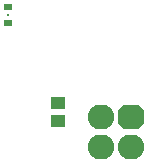
<source format=gbs>
G04*
G04 #@! TF.GenerationSoftware,Altium Limited,Altium Designer,22.5.1 (42)*
G04*
G04 Layer_Color=16711935*
%FSLAX24Y24*%
%MOIN*%
G70*
G04*
G04 #@! TF.SameCoordinates,5C00E3EC-F711-4006-A76F-14F01AC31ACF*
G04*
G04*
G04 #@! TF.FilePolarity,Negative*
G04*
G01*
G75*
G04:AMPARAMS|DCode=11|XSize=83mil|YSize=88mil|CornerRadius=0mil|HoleSize=0mil|Usage=FLASHONLY|Rotation=270.000|XOffset=0mil|YOffset=0mil|HoleType=Round|Shape=Octagon|*
%AMOCTAGOND11*
4,1,8,0.0440,0.0208,0.0440,-0.0208,0.0233,-0.0415,-0.0233,-0.0415,-0.0440,-0.0208,-0.0440,0.0208,-0.0233,0.0415,0.0233,0.0415,0.0440,0.0208,0.0*
%
%ADD11OCTAGOND11*%

%ADD12O,0.0880X0.0830*%
%ADD13C,0.0080*%
%ADD19R,0.0474X0.0430*%
%ADD20R,0.0316X0.0230*%
D11*
X17940Y104740D02*
D03*
D12*
X16940D02*
D03*
X17940Y103740D02*
D03*
X16940D02*
D03*
D13*
X13860Y108130D02*
D03*
D19*
X15510Y104600D02*
D03*
Y105210D02*
D03*
D20*
X13860Y108390D02*
D03*
Y107870D02*
D03*
M02*

</source>
